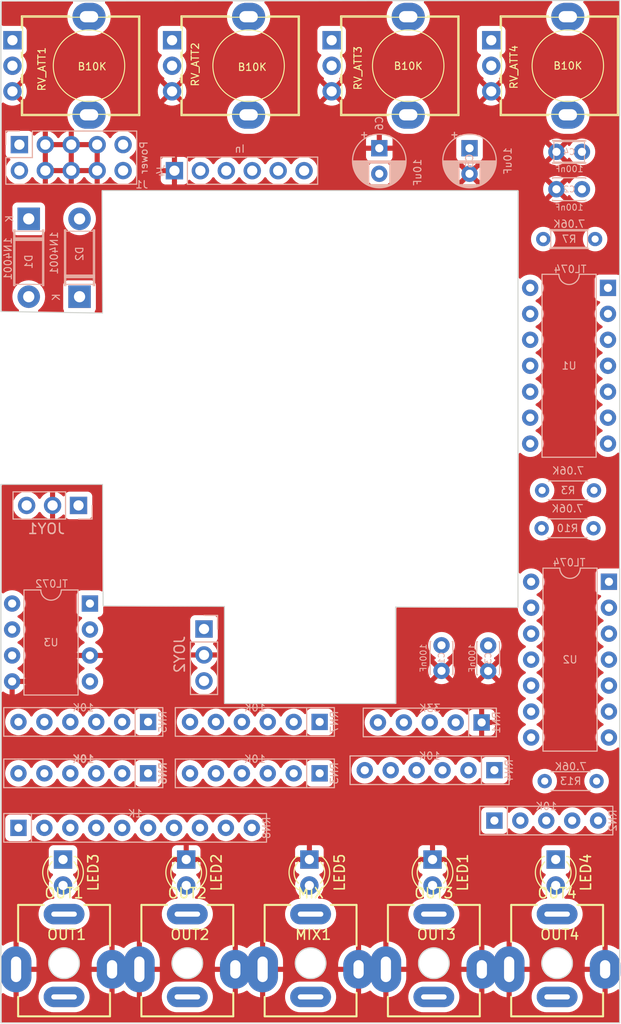
<source format=kicad_pcb>
(kicad_pcb (version 20221018) (generator pcbnew)
  (layers (0 "F.Cu" signal) (31 "B.Cu" signal) (34 "B.Paste" user) (35 "F.Paste" user) (36 "B.SilkS" user "B.Silkscreen") (37 "F.SilkS" user "F.Silkscreen") (38 "B.Mask" user) (39 "F.Mask" user) (44 "Edge.Cuts" user))
  (net 0 "")
  (net 1 "GND")
  (net 2 "+12V")
  (net 3 "-12V")
  (net 4 "Net-(D1-A)")
  (net 5 "Net-(D2-K)")
  (net 6 "Net-(JOY1-Pin_1)")
  (net 7 "Net-(JOY2-Pin_1)")
  (net 8 "Net-(LED1-A)")
  (net 9 "Net-(LED2-A)")
  (net 10 "Net-(LED3-A)")
  (net 11 "Net-(LED4-A)")
  (net 12 "Net-(LED5-A)")
  (net 13 "Net-(JOY1-Pin_3)")
  (net 14 "Net-(JOY2-Pin_3)")
  (net 15 "Net-(U1A-+)")
  (net 16 "Net-(U1C-+)")
  (net 17 "Net-(U2A-+)")
  (net 18 "Net-(U2C-+)")
  (net 19 "In4")
  (net 20 "In3")
  (net 21 "In2")
  (net 22 "In1")
  (net 23 "Net-(RN2A-R1.2)")
  (net 24 "Net-(RN2B-R2.2)")
  (net 25 "Net-(RN2C-R3.2)")
  (net 26 "Net-(RN2D-R4.2)")
  (net 27 "Net-(RN3B-R2.1)")
  (net 28 "Net-(RN4B-R2.1)")
  (net 29 "Net-(RN5B-R2.1)")
  (net 30 "Net-(RN6B-R2.1)")
  (net 31 "Net-(RN1A-R1.2)")
  (net 32 "Net-(RN1B-R2.2)")
  (net 33 "Net-(RN1C-R3.2)")
  (net 34 "Net-(RN1D-R4.2)")
  (net 35 "Net-(RN3A-R1.1)")
  (net 36 "Net-(RN4A-R1.1)")
  (net 37 "Net-(RN5A-R1.1)")
  (net 38 "Net-(RN6A-R1.1)")
  (net 39 "Net-(RN7A-R1.2)")
  (net 40 "Net-(RN7B-R2.2)")
  (net 41 "Mix")
  (net 43 "Sum")
  (net 44 "Out1")
  (net 45 "Out2")
  (net 46 "Out3")
  (net 47 "Out4")
  (footprint "Connector_Audio_Extra:Jack_3.5mm_QingPu_WQP-PJ301BM_Vertical" (layer "F.Cu") (at 177.96 124.9)
    (fp_text reference "OUT1" (at 0.254 -2.794) (layer "F.SilkS"))
    (fp_text value "OUT1" (at 0 -6.858) (layer "F.SilkS"))
    (fp_circle (center 0 0) (end 1.5 0) (stroke (width 0.12)) (fill none) (layer "Edge.Cuts"))
    (pad "S" thru_hole oval (at -4.7 0.6 90) (size 4.5 3) (drill oval 2.5 1) (layers "*.Cu" "*.Mask") (net 1 "GND"))
    (pad "S" thru_hole oval (at 4.7 0.6 90) (size 3.8 3) (drill oval 1.8 1) (layers "*.Cu" "*.Mask") (net 1 "GND"))
    (pad "T" thru_hole oval (at 0 -4.8) (size 4 2) (drill oval 2.5 0.5) (layers "*.Cu" "*.Mask") (net 44 "Out1"))
    (pad "TN" thru_hole oval (at 0 3.3) (size 4 2) (drill oval 2.5 0.5) (layers "*.Cu" "*.Mask") (net 23 "Net-(RN2A-R1.2)"))
  )
  (footprint "Chinesium:Alpha_RD901F_Single_Vertical" (layer "F.Cu") (at 204.1728 34.5948)
    (fp_text reference "RV_ATT3" hide)
    (fp_text value "B10K" (at 7.5 2.526) (layer "F.SilkS") (effects (font (size 0.72 0.72) (thickness 0.108))))
    (fp_text user "${REFERENCE}" (at 2.5724 2.7292 90) (layer "F.SilkS") (effects (font (size 0.72 0.72) (thickness 0.108))))
    (pad "" thru_hole oval (at 7.5 -2.3 90) (size 2.72 3.24) (drill oval 1.1 1.8) (layers "*.Cu" "*.Mask"))
    (pad "" thru_hole oval (at 7.5 7.3 90) (size 2.72 3.24) (drill oval 1.1 1.8) (layers "*.Cu" "*.Mask"))
    (pad "1" thru_hole rect (at 0 0 90) (size 1.8 1.8) (drill 1) (layers "*.Cu" "*.Mask") (net 20 "In3"))
    (pad "2" thru_hole circle (at 0 2.5 90) (size 1.8 1.8) (drill 1) (layers "*.Cu" "*.Mask") (net 17 "Net-(U2A-+)"))
    (pad "3" thru_hole circle (at 0 5 90) (size 1.8 1.8) (drill 1) (layers "*.Cu" "*.Mask") (net 1 "GND"))
  )
  (footprint "LED_THT:LED_D3.0mm" (layer "F.Cu") (at 189.925 114.7572 -90)
    (fp_text reference "LED2" (at 1.27 -2.96 90) (layer "F.SilkS"))
    (fp_text value "LED")
    (pad "1" thru_hole rect (at 0 0 270) (size 1.8 1.8) (drill 0.9) (layers "*.Cu" "*.Mask") (net 1 "GND"))
    (pad "2" thru_hole circle (at 2.54 0 270) (size 1.8 1.8) (drill 0.9) (layers "*.Cu" "*.Mask") (net 9 "Net-(LED2-A)"))
  )
  (footprint "LED_THT:LED_D3.0mm" (layer "F.Cu") (at 214.055 114.7572 -90)
    (fp_text reference "LED1" (at 1.27 -2.96 90) (layer "F.SilkS"))
    (fp_text value "LED")
    (pad "1" thru_hole rect (at 0 0 270) (size 1.8 1.8) (drill 0.9) (layers "*.Cu" "*.Mask") (net 1 "GND"))
    (pad "2" thru_hole circle (at 2.54 0 270) (size 1.8 1.8) (drill 0.9) (layers "*.Cu" "*.Mask") (net 8 "Net-(LED1-A)"))
  )
  (footprint "Chinesium:Alpha_RD901F_Single_Vertical" (layer "F.Cu") (at 219.8076 34.5948)
    (fp_text reference "RV_ATT4" hide)
    (fp_text value "B10K" (at 7.5 2.5) (layer "F.SilkS") (effects (font (size 0.72 0.72) (thickness 0.108))))
    (fp_text user "${REFERENCE}" (at 2.2168 2.6276 90) (layer "F.SilkS") (effects (font (size 0.72 0.72) (thickness 0.108))))
    (pad "" thru_hole oval (at 7.5 -2.3 90) (size 2.72 3.24) (drill oval 1.1 1.8) (layers "*.Cu" "*.Mask"))
    (pad "" thru_hole oval (at 7.5 7.3 90) (size 2.72 3.24) (drill oval 1.1 1.8) (layers "*.Cu" "*.Mask"))
    (pad "1" thru_hole rect (at 0 0 90) (size 1.8 1.8) (drill 1) (layers "*.Cu" "*.Mask") (net 19 "In4"))
    (pad "2" thru_hole circle (at 0 2.5 90) (size 1.8 1.8) (drill 1) (layers "*.Cu" "*.Mask") (net 18 "Net-(U2C-+)"))
    (pad "3" thru_hole circle (at 0 5 90) (size 1.8 1.8) (drill 1) (layers "*.Cu" "*.Mask") (net 1 "GND"))
  )
  (footprint "Connector_Audio_Extra:Jack_3.5mm_QingPu_WQP-PJ301BM_Vertical" (layer "F.Cu") (at 202.11 124.9)
    (fp_text reference "MIX1" (at 0.254 -2.794) (layer "F.SilkS"))
    (fp_text value "MIX" (at 0 -6.858) (layer "F.SilkS"))
    (fp_circle (center 0 0) (end 1.5 0) (stroke (width 0.12)) (fill none) (layer "Edge.Cuts"))
    (pad "S" thru_hole oval (at -4.7 0.6 90) (size 4.5 3) (drill oval 2.5 1) (layers "*.Cu" "*.Mask") (net 1 "GND"))
    (pad "S" thru_hole oval (at 4.7 0.6 90) (size 3.8 3) (drill oval 1.8 1) (layers "*.Cu" "*.Mask") (net 1 "GND"))
    (pad "T" thru_hole oval (at 0 -4.8) (size 4 2) (drill oval 2.5 0.5) (layers "*.Cu" "*.Mask") (net 41 "Mix"))
    (pad "TN" thru_hole oval (at 0 3.3) (size 4 2) (drill oval 2.5 0.5) (layers "*.Cu" "*.Mask"))
  )
  (footprint "Connector_Audio_Extra:Jack_3.5mm_QingPu_WQP-PJ301BM_Vertical" (layer "F.Cu") (at 226.26 124.9)
    (fp_text reference "OUT4" (at 0.254 -2.794) (layer "F.SilkS"))
    (fp_text value "OUT4" (at 0 -6.858) (layer "F.SilkS"))
    (fp_circle (center 0 0) (end 1.5 0) (stroke (width 0.12)) (fill none) (layer "Edge.Cuts"))
    (pad "S" thru_hole oval (at -4.7 0.6 90) (size 4.5 3) (drill oval 2.5 1) (layers "*.Cu" "*.Mask") (net 1 "GND"))
    (pad "S" thru_hole oval (at 4.7 0.6 90) (size 3.8 3) (drill oval 1.8 1) (layers "*.Cu" "*.Mask") (net 1 "GND"))
    (pad "T" thru_hole oval (at 0 -4.8) (size 4 2) (drill oval 2.5 0.5) (layers "*.Cu" "*.Mask") (net 47 "Out4"))
    (pad "TN" thru_hole oval (at 0 3.3) (size 4 2) (drill oval 2.5 0.5) (layers "*.Cu" "*.Mask") (net 26 "Net-(RN2D-R4.2)"))
  )
  (footprint "LED_THT:LED_D3.0mm" (layer "F.Cu") (at 226.12 114.7572 -90)
    (fp_text reference "LED4" (at 1.27 -2.96 90) (layer "F.SilkS"))
    (fp_text value "LED")
    (pad "1" thru_hole rect (at 0 0 270) (size 1.8 1.8) (drill 0.9) (layers "*.Cu" "*.Mask") (net 1 "GND"))
    (pad "2" thru_hole circle (at 2.54 0 270) (size 1.8 1.8) (drill 0.9) (layers "*.Cu" "*.Mask") (net 11 "Net-(LED4-A)"))
  )
  (footprint "Connector_Audio_Extra:Jack_3.5mm_QingPu_WQP-PJ301BM_Vertical" (layer "F.Cu") (at 190.035 124.9)
    (fp_text reference "OUT2" (at 0.254 -2.794) (layer "F.SilkS"))
    (fp_text value "OUT2" (at 0 -6.858) (layer "F.SilkS"))
    (fp_circle (center 0 0) (end 1.5 0) (stroke (width 0.12)) (fill none) (layer "Edge.Cuts"))
    (pad "S" thru_hole oval (at -4.7 0.6 90) (size 4.5 3) (drill oval 2.5 1) (layers "*.Cu" "*.Mask") (net 1 "GND"))
    (pad "S" thru_hole oval (at 4.7 0.6 90) (size 3.8 3) (drill oval 1.8 1) (layers "*.Cu" "*.Mask") (net 1 "GND"))
    (pad "T" thru_hole oval (at 0 -4.8) (size 4 2) (drill oval 2.5 0.5) (layers "*.Cu" "*.Mask") (net 45 "Out2"))
    (pad "TN" thru_hole oval (at 0 3.3) (size 4 2) (drill oval 2.5 0.5) (layers "*.Cu" "*.Mask") (net 24 "Net-(RN2B-R2.2)"))
  )
  (footprint "LED_THT:LED_D3.0mm" (layer "F.Cu") (at 177.86 114.7572 -90)
    (fp_text reference "LED3" (at 1.27 -2.96 90) (layer "F.SilkS"))
    (fp_text value "LED")
    (pad "1" thru_hole rect (at 0 0 270) (size 1.8 1.8) (drill 0.9) (layers "*.Cu" "*.Mask") (net 1 "GND"))
    (pad "2" thru_hole circle (at 2.54 0 270) (size 1.8 1.8) (drill 0.9) (layers "*.Cu" "*.Mask") (net 10 "Net-(LED3-A)"))
  )
  (footprint "Connector_Audio_Extra:Jack_3.5mm_QingPu_WQP-PJ301BM_Vertical" (layer "F.Cu") (at 214.185 124.9)
    (fp_text reference "OUT3" (at 0.254 -2.794) (layer "F.SilkS"))
    (fp_text value "OUT3" (at 0 -6.858) (layer "F.SilkS"))
    (fp_circle (center 0 0) (end 1.5 0) (stroke (width 0.12)) (fill none) (layer "Edge.Cuts"))
    (pad "S" thru_hole oval (at -4.7 0.6 90) (size 4.5 3) (drill oval 2.5 1) (layers "*.Cu" "*.Mask") (net 1 "GND"))
    (pad "S" thru_hole oval (at 4.7 0.6 90) (size 3.8 3) (drill oval 1.8 1) (layers "*.Cu" "*.Mask") (net 1 "GND"))
    (pad "T" thru_hole oval (at 0 -4.8) (size 4 2) (drill oval 2.5 0.5) (layers "*.Cu" "*.Mask") (net 46 "Out3"))
    (pad "TN" thru_hole oval (at 0 3.3) (size 4 2) (drill oval 2.5 0.5) (layers "*.Cu" "*.Mask") (net 25 "Net-(RN2C-R3.2)"))
  )
  (footprint "Chinesium:Alpha_RD901F_Single_Vertical" (layer "F.Cu") (at 172.9032 34.5948)
    (fp_text reference "RV_ATT1" hide)
    (fp_text value "B10K" (at 7.8048 2.5756) (layer "F.SilkS") (effects (font (size 0.72 0.72) (thickness 0.108))))
    (fp_text user "${REFERENCE}" (at 2.8772 2.8296 90) (layer "F.SilkS") (effects (font (size 0.72 0.72) (thickness 0.108))))
    (pad "" thru_hole oval (at 7.5 -2.3 90) (size 2.72 3.24) (drill oval 1.1 1.8) (layers "*.Cu" "*.Mask"))
    (pad "" thru_hole oval (at 7.5 7.3 90) (size 2.72 3.24) (drill oval 1.1 1.8) (layers "*.Cu" "*.Mask"))
    (pad "1" thru_hole rect (at 0 0 90) (size 1.8 1.8) (drill 1) (layers "*.Cu" "*.Mask") (net 22 "In1"))
    (pad "2" thru_hole circle (at 0 2.5 90) (size 1.8 1.8) (drill 1) (layers "*.Cu" "*.Mask") (net 15 "Net-(U1A-+)"))
    (pad "3" thru_hole circle (at 0 5 90) (size 1.8 1.8) (drill 1) (layers "*.Cu" "*.Mask") (net 1 "GND"))
  )
  (footprint "Chinesium:Alpha_RD901F_Single_Vertical" (layer "F.Cu") (at 188.538 34.5948)
    (fp_text reference "RV_ATT2" hide)
    (fp_text value "B10K" (at 7.8556 2.6276) (layer "F.SilkS") (effects (font (size 0.72 0.72) (thickness 0.108))))
    (fp_text user "${REFERENCE}" (at 2.2676 2.3736 90) (layer "F.SilkS") (effects (font (size 0.72 0.72) (thickness 0.108))))
    (pad "" thru_hole oval (at 7.5 -2.3 90) (size 2.72 3.24) (drill oval 1.1 1.8) (layers "*.Cu" "*.Mask"))
    (pad "" thru_hole oval (at 7.5 7.3 90) (size 2.72 3.24) (drill oval 1.1 1.8) (layers "*.Cu" "*.Mask"))
    (pad "1" thru_hole rect (at 0 0 90) (size 1.8 1.8) (drill 1) (layers "*.Cu" "*.Mask") (net 21 "In2"))
    (pad "2" thru_hole circle (at 0 2.5 90) (size 1.8 1.8) (drill 1) (layers "*.Cu" "*.Mask") (net 16 "Net-(U1C-+)"))
    (pad "3" thru_hole circle (at 0 5 90) (size 1.8 1.8) (drill 1) (layers "*.Cu" "*.Mask") (net 1 "GND"))
  )
  (footprint "LED_THT:LED_D3.0mm" (layer "F.Cu") (at 201.99 114.7572 -90)
    (fp_text reference "LED5" (at 1.27 -2.96 90) (layer "F.SilkS"))
    (fp_text value "LED")
    (pad "1" thru_hole rect (at 0 0 270) (size 1.8 1.8) (drill 0.9) (layers "*.Cu" "*.Mask") (net 1 "GND"))
    (pad "2" thru_hole circle (at 2.54 0 270) (size 1.8 1.8) (drill 0.9) (layers "*.Cu" "*.Mask") (net 12 "Net-(LED5-A)"))
  )
  (footprint "Connector_PinHeader_2.54mm:PinHeader_2x05_P2.54mm_Vertical" (layer "B.Cu") (at 173.5836 44.8112 -90)
    (fp_text reference "J1" hide)
    (fp_text value "Power" (at 1.27 -12.192 90) (layer "B.SilkS") (effects (font (size 0.72 0.72) (thickness 0.108)) (justify mirror)))
    (fp_text user "${REFERENCE}" (at 3.9116 -11.9888) (layer "B.SilkS") (effects (font (size 0.72 0.72) (thickness 0.108)) (justify mirror)))
    (pad "1" thru_hole rect (at 0 0 270) (size 1.7 1.7) (drill 1) (layers "*.Cu" "*.Mask") (net 5 "Net-(D2-K)"))
    (pad "2" thru_hole oval (at 2.54 0 270) (size 1.7 1.7) (drill 1) (layers "*.Cu" "*.Mask") (net 5 "Net-(D2-K)"))
    (pad "3" thru_hole oval (at 0 -2.54 270) (size 1.7 1.7) (drill 1) (layers "*.Cu" "*.Mask") (net 1 "GND"))
    (pad "4" thru_hole oval (at 2.54 -2.54 270) (size 1.7 1.7) (drill 1) (layers "*.Cu" "*.Mask") (net 1 "GND"))
    (pad "5" thru_hole oval (at 0 -5.08 270) (size 1.7 1.7) (drill 1) (layers "*.Cu" "*.Mask") (net 1 "GND"))
    (pad "6" thru_hole oval (at 2.54 -5.08 270) (size 1.7 1.7) (drill 1) (layers "*.Cu" "*.Mask") (net 1 "GND"))
    (pad "7" thru_hole oval (at 0 -7.62 270) (size 1.7 1.7) (drill 1) (layers "*.Cu" "*.Mask") (net 1 "GND"))
    (pad "8" thru_hole oval (at 2.54 -7.62 270) (size 1.7 1.7) (drill 1) (layers "*.Cu" "*.Mask") (net 1 "GND"))
    (pad "9" thru_hole oval (at 0 -10.16 270) (size 1.7 1.7) (drill 1) (layers "*.Cu" "*.Mask") (net 4 "Net-(D1-A)"))
    (pad "10" thru_hole oval (at 2.54 -10.16 270) (size 1.7 1.7) (drill 1) (layers "*.Cu" "*.Mask") (net 4 "Net-(D1-A)"))
  )
  (footprint "Capacitor_THT:C_Disc_D3.0mm_W2.0mm_P2.50mm" (layer "B.Cu") (at 228.6916 49.1744 180)
    (fp_text reference "C2" hide)
    (fp_text value "100nF" (at 1.25 -1.778) (layer "B.SilkS") (effects (font (size 0.6 0.6) (thickness 0.09)) (justify mirror)))
    (fp_text user "${REFERENCE}" (at 1.25 0) (layer "B.SilkS") (effects (font (size 0.6 0.6) (thickness 0.09)) (justify mirror)))
    (pad "1" thru_hole circle (at 0 0 180) (size 1.6 1.6) (drill 0.8) (layers "*.Cu" "*.Mask") (net 3 "-12V"))
    (pad "2" thru_hole circle (at 2.5 0 180) (size 1.6 1.6) (drill 0.8) (layers "*.Cu" "*.Mask") (net 1 "GND"))
  )
  (footprint "Resistor_THT:R_Array_SIP6" (layer "B.Cu") (at 202.9968 101.2952 180)
    (fp_text reference "RN7" hide)
    (fp_text value "10K" (at 6.35 1.4) (layer "B.SilkS") (effects (font (size 0.72 0.72) (thickness 0.108)) (justify mirror)))
    (fp_text user "${REFERENCE}" (at -1.44 0 90) (layer "B.SilkS") (effects (font (size 0.72 0.72) (thickness 0.108)) (justify mirror)))
    (pad "1" thru_hole rect (at 0 0 180) (size 1.6 1.6) (drill 0.8) (layers "*.Cu" "*.Mask") (net 43 "Sum"))
    (pad "2" thru_hole oval (at 2.54 0 180) (size 1.6 1.6) (drill 0.8) (layers "*.Cu" "*.Mask") (net 39 "Net-(RN7A-R1.2)"))
    (pad "3" thru_hole oval (at 5.08 0 180) (size 1.6 1.6) (drill 0.8) (layers "*.Cu" "*.Mask") (net 39 "Net-(RN7A-R1.2)"))
    (pad "4" thru_hole oval (at 7.62 0 180) (size 1.6 1.6) (drill 0.8) (layers "*.Cu" "*.Mask") (net 40 "Net-(RN7B-R2.2)"))
    (pad "5" thru_hole oval (at 10.16 0 180) (size 1.6 1.6) (drill 0.8) (layers "*.Cu" "*.Mask") (net 40 "Net-(RN7B-R2.2)"))
    (pad "6" thru_hole oval (at 12.7 0 180) (size 1.6 1.6) (drill 0.8) (layers "*.Cu" "*.Mask") (net 41 "Mix"))
  )
  (footprint "Capacitor_THT:C_Disc_D3.0mm_W2.0mm_P2.50mm" (layer "B.Cu") (at 228.6916 45.5168 180)
    (fp_text reference "C4" hide)
    (fp_text value "100nF" (at 1.25 -1.6764) (layer "B.SilkS") (effects (font (size 0.6 0.6) (thickness 0.09)) (justify mirror)))
    (fp_text user "${REFERENCE}" (at 1.25 0) (layer "B.SilkS") (effects (font (size 0.6 0.6) (thickness 0.09)) (justify mirror)))
    (pad "1" thru_hole circle (at 0 0 180) (size 1.6 1.6) (drill 0.8) (layers "*.Cu" "*.Mask") (net 3 "-12V"))
    (pad "2" thru_hole circle (at 2.5 0 180) (size 1.6 1.6) (drill 0.8) (layers "*.Cu" "*.Mask") (net 1 "GND"))
  )
  (footprint "Resistor_THT:R_Axial_DIN0204_L3.6mm_D1.6mm_P5.08mm_Horizontal" (layer "B.Cu") (at 225.044 107.0864)
    (fp_text reference "R13" hide)
    (fp_text value "7.06K" (at 2.54 -1.4224) (layer "B.SilkS") (effects (font (size 0.72 0.72) (thickness 0.108)) (justify mirror)))
    (fp_text user "${REFERENCE}" (at 2.54 0) (layer "B.SilkS") (effects (font (size 0.72 0.72) (thickness 0.108)) (justify mirror)))
    (pad "1" thru_hole circle (at 0 0) (size 1.4 1.4) (drill 0.7) (layers "*.Cu" "*.Mask") (net 30 "Net-(RN6B-R2.1)"))
    (pad "2" thru_hole oval (at 5.08 0) (size 1.4 1.4) (drill 0.7) (layers "*.Cu" "*.Mask") (net 14 "Net-(JOY2-Pin_3)"))
  )
  (footprint "Resistor_THT:R_Array_SIP10" (layer "B.Cu") (at 173.4924 111.6584)
    (fp_text reference "RN8" hide)
    (fp_text value "1K" (at 11.43 -1.4) (layer "B.SilkS") (effects (font (size 0.72 0.72) (thickness 0.108)) (justify mirror)))
    (fp_text user "${REFERENCE}" (at 24.3 0 90) (layer "B.SilkS") (effects (font (size 0.72 0.72) (thickness 0.108)) (justify mirror)))
    (pad "1" thru_hole rect (at 0 0) (size 1.6 1.6) (drill 0.8) (layers "*.Cu" "*.Mask") (net 8 "Net-(LED1-A)"))
    (pad "2" thru_hole oval (at 2.54 0) (size 1.6 1.6) (drill 0.8) (layers "*.Cu" "*.Mask") (net 44 "Out1"))
    (pad "3" thru_hole oval (at 5.08 0) (size 1.6 1.6) (drill 0.8) (layers "*.Cu" "*.Mask") (net 9 "Net-(LED2-A)"))
    (pad "4" thru_hole oval (at 7.62 0) (size 1.6 1.6) (drill 0.8) (layers "*.Cu" "*.Mask") (net 45 "Out2"))
    (pad "5" thru_hole oval (at 10.16 0) (size 1.6 1.6) (drill 0.8) (layers "*.Cu" "*.Mask") (net 46 "Out3"))
    (pad "6" thru_hole oval (at 12.7 0) (size 1.6 1.6) (drill 0.8) (layers "*.Cu" "*.Mask") (net 10 "Net-(LED3-A)"))
    (pad "7" thru_hole oval (at 15.24 0) (size 1.6 1.6) (drill 0.8) (layers "*.Cu" "*.Mask") (net 47 "Out4"))
    (pad "8" thru_hole oval (at 17.78 0) (size 1.6 1.6) (drill 0.8) (layers "*.Cu" "*.Mask") (net 11 "Net-(LED4-A)"))
    (pad "9" thru_hole oval (at 20.32 0) (size 1.6 1.6) (drill 0.8) (layers "*.Cu" "*.Mask") (net 41 "Mix"))
    (pad "10" thru_hole oval (at 22.86 0) (size 1.6 1.6) (drill 0.8) (layers "*.Cu" "*.Mask") (net 12 "Net-(LED5-A)"))
  )
  (footprint "Package_DIP:DIP-8_W7.62mm" (layer "B.Cu") (at 180.4924 89.7128 180)
    (fp_text reference "U3" hide)
    (fp_text value "TL072" (at 3.7592 1.9304 180) (layer "B.SilkS") (effects (font (size 0.72 0.72) (thickness 0.108)) (justify mirror)))
    (fp_text user "${REFERENCE}" (at 3.81 -3.81) (layer "B.SilkS") (effects (font (size 0.72 0.72) (thickness 0.108)) (justify mirror)))
    (pad "1" thru_hole rect (at 0 0 180) (size 1.6 1.6) (drill 0.8) (layers "*.Cu" "*.Mask") (net 39 "Net-(RN7A-R1.2)"))
    (pad "2" thru_hole oval (at 0 -2.54 180) (size 1.6 1.6) (drill 0.8) (layers "*.Cu" "*.Mask") (net 43 "Sum"))
    (pad "3" thru_hole oval (at 0 -5.08 180) (size 1.6 1.6) (drill 0.8) (layers "*.Cu" "*.Mask") (net 1 "GND"))
    (pad "4" thru_hole oval (at 0 -7.62 180) (size 1.6 1.6) (drill 0.8) (layers "*.Cu" "*.Mask") (net 3 "-12V"))
    (pad "5" thru_hole oval (at 7.62 -7.62 180) (size 1.6 1.6) (drill 0.8) (layers "*.Cu" "*.Mask") (net 1 "GND"))
    (pad "6" thru_hole oval (at 7.62 -5.08 180) (size 1.6 1.6) (drill 0.8) (layers "*.Cu" "*.Mask") (net 40 "Net-(RN7B-R2.2)"))
    (pad "7" thru_hole oval (at 7.62 -2.54 180) (size 1.6 1.6) (drill 0.8) (layers "*.Cu" "*.Mask") (net 41 "Mix"))
    (pad "8" thru_hole oval (at 7.62 0 180) (size 1.6 1.6) (drill 0.8) (layers "*.Cu" "*.Mask") (net 2 "+12V"))
  )
  (footprint "Resistor_THT:R_Array_SIP6" (layer "B.Cu") (at 186.1924 106.3244 180)
    (fp_text reference "RN6" hide)
    (fp_text value "10K" (at 6.35 1.4) (layer "B.SilkS") (effects (font (size 0.72 0.72)) (justify mirror)))
    (fp_text user "${REFERENCE}" (at -1.44 0 90) (layer "B.SilkS") (effects (font (size 0.72 0.72)) (justify mirror)))
    (pad "1" thru_hole rect (at 0 0 180) (size 1.6 1.6) (drill 0.8) (layers "*.Cu" "*.Mask") (net 38 "Net-(RN6A-R1.1)"))
    (pad "2" thru_hole oval (at 2.54 0 180) (size 1.6 1.6) (drill 0.8) (layers "*.Cu" "*.Mask") (net 19 "In4"))
    (pad "3" thru_hole oval (at 5.08 0 180) (size 1.6 1.6) (drill 0.8) (layers "*.Cu" "*.Mask") (net 30 "Net-(RN6B-R2.1)"))
    (pad "4" thru_hole oval (at 7.62 0 180) (size 1.6 1.6) (drill 0.8) (layers "*.Cu" "*.Mask") (net 38 "Net-(RN6A-R1.1)"))
    (pad "5" thru_hole oval (at 10.16 0 180) (size 1.6 1.6) (drill 0.8) (layers "*.Cu" "*.Mask") (net 47 "Out4"))
    (pad "6" thru_hole oval (at 12.7 0 180) (size 1.6 1.6) (drill 0.8) (layers "*.Cu" "*.Mask") (net 34 "Net-(RN1D-R4.2)"))
  )
  (footprint "Diode_THT:D_DO-41_SOD81_P7.62mm_Horizontal" (layer "B.Cu") (at 174.498 52.07 -90)
    (fp_text reference "D1" hide)
    (fp_text value "1N4001" (at 3.9116 2.032 90) (layer "B.SilkS") (effects (font (size 0.72 0.72) (thickness 0.108)) (justify mirror)))
    (fp_text user "${REFERENCE}" (at 4.2 0 90) (layer "B.SilkS") (effects (font (size 0.72 0.72) (thickness 0.108)) (justify mirror)))
    (fp_text user "K" (at 0 1.8796 -270) (layer "B.SilkS") (effects (font (size 0.72 0.72) (thickness 0.108)) (justify mirror)))
    (pad "1" thru_hole rect (at 0 0 270) (size 2.2 2.2) (drill 1.1) (layers "*.Cu" "*.Mask") (net 2 "+12V"))
    (pad "2" thru_hole oval (at 7.62 0 270) (size 2.2 2.2) (drill 1.1) (layers "*.Cu" "*.Mask") (net 4 "Net-(D1-A)"))
  )
  (footprint "Capacitor_THT:C_Disc_D3.0mm_W2.0mm_P2.50mm" (layer "B.Cu") (at 219.5068 96.3168 90)
    (fp_text reference "C3" hide)
    (fp_text value "100nF" (at 1.25 -1.5748 90) (layer "B.SilkS") (effects (font (size 0.6 0.6) (thickness 0.09)) (justify mirror)))
    (fp_text user "${REFERENCE}" (at 1.25 0 90) (layer "B.SilkS") (effects (font (size 0.6 0.6) (thickness 0.09)) (justify mirror)))
    (pad "1" thru_hole circle (at 0 0 90) (size 1.6 1.6) (drill 0.8) (layers "*.Cu" "*.Mask") (net 1 "GND"))
    (pad "2" thru_hole circle (at 2.5 0 90) (size 1.6 1.6) (drill 0.8) (layers "*.Cu" "*.Mask") (net 2 "+12V"))
  )
  (footprint "Connector_PinHeader_2.54mm:PinHeader_1x03_P2.54mm_Vertical" (layer "B.Cu") (at 191.6684 92.202 180)
    (fp_text reference "JOY2" (at 2.3876 -2.4892 90) (layer "B.SilkS") (effects (justify mirror)))
    (fp_text value "JOY2" hide)
    (pad "1" thru_hole rect (at 0 0 180) (size 1.7 1.7) (drill 1) (layers "*.Cu" "*.Mask") (net 7 "Net-(JOY2-Pin_1)"))
    (pad "2" thru_hole oval (at 0 -2.54 180) (size 1.7 1.7) (drill 1) (layers "*.Cu" "*.Mask") (net 1 "GND"))
    (pad "3" thru_hole oval (at 0 -5.08 180) (size 1.7 1.7) (drill 1) (layers "*.Cu" "*.Mask") (net 14 "Net-(JOY2-Pin_3)"))
  )
  (footprint "Resistor_THT:R_Axial_DIN0204_L3.6mm_D1.6mm_P5.08mm_Horizontal" (layer "B.Cu") (at 224.9016 54.0512)
    (fp_text reference "R7" hide)
    (fp_text value "7.06K" (at 2.54 -1.4732 180) (layer "B.SilkS") (effects (font (size 0.72 0.72) (thickness 0.108)) (justify mirror)))
    (fp_text user "${REFERENCE}" (at 2.54 0 180) (layer "B.SilkS") (effects (font (size 0.72 0.72) (thickness 0.108)) (justify mirror)))
    (pad "1" thru_hole circle (at 0 0) (size 1.4 1.4) (drill 0.7) (layers "*.Cu" "*.Mask") (net 28 "Net-(RN4B-R2.1)"))
    (pad "2" thru_hole oval (at 5.08 0) (size 1.4 1.4) (drill 0.7) (layers "*.Cu" "*.Mask") (net 13 "Net-(JOY1-Pin_3)"))
  )
  (footprint "Resistor_THT:R_Array_SIP5" (layer "B.Cu") (at 220.1164 110.9472)
    (fp_text reference "RN2" hide)
    (fp_text value "10K" (at 5.08 -1.4 180) (layer "B.SilkS") (effects (font (size 0.72 0.72) (thickness 0.108)) (justify mirror)))
    (fp_text user "${REFERENCE}" (at 11.6 0 90) (layer "B.SilkS") (effects (font (size 0.72 0.72) (thickness 0.108)) (justify mirror)))
    (pad "1" thru_hole rect (at 0 0) (size 1.6 1.6) (drill 0.8) (layers "*.Cu" "*.Mask") (net 43 "Sum"))
    (pad "2" thru_hole oval (at 2.54 0) (size 1.6 1.6) (drill 0.8) (layers "*.Cu" "*.Mask") (net 23 "Net-(RN2A-R1.2)"))
    (pad "3" thru_hole oval (at 5.08 0) (size 1.6 1.6) (drill 0.8) (layers "*.Cu" "*.Mask") (net 24 "Net-(RN2B-R2.2)"))
    (pad "4" thru_hole oval (at 7.62 0) (size 1.6 1.6) (drill 0.8) (layers "*.Cu" "*.Mask") (net 25 "Net-(RN2C-R3.2)"))
    (pad "5" thru_hole oval (at 10.16 0) (size 1.6 1.6) (drill 0.8) (layers "*.Cu" "*.Mask") (net 26 "Net-(RN2D-R4.2)"))
  )
  (footprint "Capacitor_THT:CP_Radial_D5.0mm_P2.50mm" (layer "B.Cu") (at 208.8388 45.1612 -90)
    (fp_text reference "C6" hide)
    (fp_text value "10uF" (at 2.373512 -3.75 90) (layer "B.SilkS") (effects (font (size 0.72 0.72) (thickness 0.108)) (justify mirror)))
    (fp_text user "${REFERENCE}" (at -2.433 0 90) (layer "B.SilkS") (effects (font (size 0.72 0.72) (thickness 0.108)) (justify mirror)))
    (pad "1" thru_hole rect (at 0 0 270) (size 1.6 1.6) (drill 0.8) (layers "*.Cu" "*.Mask") (net 1 "GND"))
    (pad "2" thru_hole circle (at 2.5 0 270) (size 1.6 1.6) (drill 0.8) (layers "*.Cu" "*.Mask") (net 3 "-12V"))
  )
  (footprint "Package_DIP:DIP-14_W7.62mm" (layer "B.Cu") (at 231.335 87.5792 180)
    (fp_text reference "U2" hide)
    (fp_text value "TL074" (at 3.9034 1.8796) (layer "B.SilkS") (effects (font (size 0.72 0.72) (thickness 0.108)) (justify mirror)))
    (fp_text user "${REFERENCE}" (at 3.81 -7.62) (layer "B.SilkS") (effects (font (size 0.72 0.72) (thickness 0.108)) (justify mirror)))
    (pad "1" thru_hole rect (at 0 0 180) (size 1.6 1.6) (drill 0.8) (layers "*.Cu" "*.Mask") (net 29 "Net-(RN5B-R2.1)"))
    (pad "2" thru_hole oval (at 0 -2.54 180) (size 1.6 1.6) (drill 0.8) (layers "*.Cu" "*.Mask") (net 37 "Net-(RN5A-R1.1)"))
    (pad "3" thru_hole oval (at 0 -5.08 180) (size 1.6 1.6) (drill 0.8) (layers "*.Cu" "*.Mask") (net 17 "Net-(U2A-+)"))
    (pad "4" thru_hole oval (at 0 -7.62 180) (size 1.6 1.6) (drill 0.8) (layers "*.Cu" "*.Mask") (net 2 "+12V"))
    (pad "5" thru_hole oval (at 0 -10.16 180) (size 1.6 1.6) (drill 0.8) (layers "*.Cu" "*.Mask") (net 7 "Net-(JOY2-Pin_1)"))
    (pad "6" thru_hole oval (at 0 -12.7 180) (size 1.6 1.6) (drill 0.8) (layers "*.Cu" "*.Mask") (net 33 "Net-(RN1C-R3.2)"))
    (pad "7" thru_hole oval (at 0 -15.24 180) (size 1.6 1.6) (drill 0.8) (layers "*.Cu" "*.Mask") (net 46 "Out3"))
    (pad "8" thru_hole oval (at 7.62 -15.24 180) (size 1.6 1.6) (drill 0.8) (layers "*.Cu" "*.Mask") (net 30 "Net-(RN6B-R2.1)"))
    (pad "9" thru_hole oval (at 7.62 -12.7 180) (size 1.6 1.6) (drill 0.8) (layers "*.Cu" "*.Mask") (net 38 "Net-(RN6A-R1.1)"))
    (pad "10" thru_hole oval (at 7.62 -10.16 180) (size 1.6 1.6) (drill 0.8) (layers "*.Cu" "*.Mask") (net 18 "Net-(U2C-+)"))
    (pad "11" thru_hole oval (at 7.62 -7.62 180) (size 1.6 1.6) (drill 0.8) (layers "*.Cu" "*.Mask") (net 3 "-12V"))
    (pad "12" thru_hole oval (at 7.62 -5.08 180) (size 1.6 1.6) (drill 0.8) (layers "*.Cu" "*.Mask") (net 14 "Net-(JOY2-Pin_3)"))
    (pad "13" thru_hole oval (at 7.62 -2.54 180) (size 1.6 1.6) (drill 0.8) (layers "*.Cu" "*.Mask") (net 34 "Net-(RN1D-R4.2)"))
    (pad "14" thru_hole oval (at 7.62 0 180) (size 1.6 1.6) (drill 0.8) (layers "*.Cu" "*.Mask") (net 47 "Out4"))
  )
  (footprint "Resistor_THT:R_Array_SIP6" (layer "B.Cu") (at 202.9968 106.3244 180)
    (fp_text reference "RN3" hide)
    (fp_text value "10K" (at 6.35 1.4) (layer "B.SilkS") (effects (font (size 0.72 0.72) (thickness 0.108)) (justify mirror)))
    (fp_text user "${REFERENCE}" (at -1.44 0 90) (layer "B.SilkS") (effects (font (size 0.72 0.72) (thickness 0.108)) (justify mirror)))
    (pad "1" thru_hole rect (at 0 0 180) (size 1.6 1.6) (drill 0.8) (layers "*.Cu" "*.Mask") (net 35 "Net-(RN3A-R1.1)"))
    (pad "2" thru_hole oval (at 2.54 0 180) (size 1.6 1.6) (drill 0.8) (layers "*.Cu" "*.Mask") (net 22 "In1"))
    (pad "3" thru_hole oval (at 5.08 0 180) (size 1.6 1.6) (drill 0.8) (layers "*.Cu" "*.Mask") (net 27 "Net-(RN3B-R2.1)"))
    (pad "4" thru_hole oval (at 7.62 0 180) (size 1.6 1.6) (drill 0.8) (layers "*.Cu" "*.Mask") (net 35 "Net-(RN3A-R1.1)"))
    (pad "5" thru_hole oval (at 10.16 0 180) (size 1.6 1.6) (drill 0.8) (layers "*.Cu" "*.Mask") (net 44 "Out1"))
    (pad "6" thru_hole oval (at 12.7 0 180) (size 1.6 1.6) (drill 0.8) (layers "*.Cu" "*.Mask") (net 31 "Net-(RN1A-R1.2)"))
  )
  (footprint "Resistor_THT:R_Array_SIP6" (layer "B.Cu") (at 186.1924 101.2952 180)
    (fp_text reference "RN5" hide)
    (fp_text value "10K" (at 6.35 1.4) (layer "B.SilkS") (effects (font (size 0.72 0.72) (thickness 0.108)) (justify mirror)))
    (fp_text user "${REFERENCE}" (at -1.44 0 90) (layer "B.SilkS") (effects (font (size 0.72 0.72) (thickness 0.108)) (justify mirror)))
    (pad "1" thru_hole rect (at 0 0 180) (size 1.6 1.6) (drill 0.8) (layers "*.Cu" "*.Mask") (net 37 "Net-(RN5A-R1.1)"))
    (pad "2" thru_hole oval (at 2.54 0 180) (size 1.6 1.6) (drill 0.8) (layers "*.Cu" "*.Mask") (net 20 "In3"))
    (pad "3" thru_hole oval (at 5.08 0 180) (size 1.6 1.6) (drill 0.8) (layers "*.Cu" "*.Mask") (net 29 "Net-(RN5B-R2.1)"))
    (pad "4" thru_hole oval (at 7.62 0 180) (size 1.6 1.6) (drill 0.8) (layers "*.Cu" "*.Mask") (net 37 "Net-(RN5A-R1.1)"))
    (pad "5" thru_hole oval (at 10.16 0 180) (size 1.6 1.6) (drill 0.8) (layers "*.Cu" "*.Mask") (net 46 "Out3"))
    (pad "6" thru_hole oval (at 12.7 0 180) (size 1.6 1.6) (drill 0.8) (layers "*.Cu" "*.Mask") (net 33 "Net-(RN1C-R3.2)"))
  )
  (footprint "Connector_PinHeader_2.54mm:PinHeader_1x03_P2.54mm_Vertical" (layer "B.Cu") (at 179.3748 80.1116 90)
    (fp_text reference "JOY1" (at -2.286 -3.1496 180) (layer "B.SilkS") (effects (justify mirror)))
    (fp_text value "JOY1" hide)
    (pad "1" thru_hole rect (at 0 0 90) (size 1.7 1.7) (drill 1) (layers "*.Cu" "*.Mask") (net 6 "Net-(JOY1-Pin_1)"))
    (pad "2" thru_hole oval (at 0 -2.54 90) (size 1.7 1.7) (drill 1) (layers "*.Cu" "*.Mask") (net 1 "GND"))
    (pad "3" thru_hole oval (at 0 -5.08 90) (size 1.7 1.7) (drill 1) (layers "*.Cu" "*.Mask") (net 13 "Net-(JOY1-Pin_3)"))
  )
  (footprint "Resistor_THT:R_Axial_DIN0204_L3.6mm_D1.6mm_P5.08mm_Horizontal" (layer "B.Cu") (at 224.79 78.6384)
    (fp_text reference "R3" hide)
    (fp_text value "7.06K" (at 2.54 -1.92) (layer "B.SilkS") (effects (font (size 0.72 0.72) (thickness 0.108)) (justify mirror)))
    (fp_text user "${REFERENCE}" (at 2.54 0) (layer "B.SilkS") (effects (font (size 0.72 0.72) (thickness 0.108)) (justify mirror)))
    (pad "1" thru_hole circle (at 0 0) (size 1.4 1.4) (drill 0.7) (layers "*.Cu" "*.Mask") (net 27 "Net-(RN3B-R2.1)"))
    (pad "2" thru_hole oval (at 5.08 0) (size 1.4 1.4) (drill 0.7) (layers "*.Cu" "*.Mask") (net 6 "Net-(JOY1-Pin_1)"))
  )
  (footprint "Connector_PinHeader_2.54mm:PinHeader_1x06_P2.54mm_Vertical" (layer "B.Cu") (at 188.7728 47.3612 -90)
    (fp_text reference "J4" hide)
    (fp_text value "In" (at -2.1336 -6.3978) (layer "B.SilkS") (effects (font (size 0.72 0.72) (thickness 0.108)) (justify mirror)))
    (fp_text user "${REFERENCE}" (at 0 1.33 90) (layer "B.SilkS") (effects (font (size 0.72 0.72) (thickness 0.108)) (justify mirror)))
    (pad "1" thru_hole rect (at 0 0 270) (size 1.7 1.7) (drill 1) (layers "*.Cu" "*.Mask") (net 1 "GND"))
    (pad "2" thru_hole oval (at 0 -2.54 270) (size 1.7 1.7) (drill 1) (layers "*.Cu" "*.Mask") (net 19 "In4"))
    (pad "3" thru_hole oval (at 0 -5.08 270) (size 1.7 1.7) (drill 1) (layers "*.Cu" "*.Mask") (net 20 "In3"))
    (pad "4" thru_hole oval (at 0 -7.62 270) (size 1.7 1.7) (drill 1) (layers "*.Cu" "*.Mask") (net 21 "In2"))
    (pad "5" thru_hole oval (at 0 -10.16 270) (size 1.7 1.7) (drill 1) (layers "*.Cu" "*.Mask") (net 22 "In1"))
    (pad "6" thru_hole oval (at 0 -12.7 270) (size 1.7 1.7) (drill 1) (layers "*.Cu" "*.Mask") (net 2 "+12V"))
  )
  (footprint "Resistor_THT:R_Array_SIP6" (layer "B.Cu") (at 220.1164 106.0196 180)
    (fp_text reference "RN4" hide)
    (fp_text value "10K" (at 6.35 1.4) (layer "B.SilkS") (effects (font (size 0.72 0.72) (thickness 0.108)) (justify mirror)))
    (fp_text user "${REFERENCE}" (at -1.44 0 90) (layer "B.SilkS") (effects (font (size 0.72 0.72) (thickness 0.108)) (justify mirror)))
    (pad "1" thru_hole rect (at 0 0 180) (size 1.6 1.6) (drill 0.8) (layers "*.Cu" "*.Mask") (net 36 "Net-(RN4A-R1.1)"))
    (pad "2" thru_hole oval (at 2.54 0 180) (size 1.6 1.6) (drill 0.8) (layers "*.Cu" "*.Mask") (net 21 "In2"))
    (pad "3" thru_hole oval (at 5.08 0 180) (size 1.6 1.6) (drill 0.8) (layers "*.Cu" "*.Mask") (net 28 "Net-(RN4B-R2.1)"))
    (pad "4" thru_hole oval (at 7.62 0 180) (size 1.6 1.6) (drill 0.8) (layers "*.Cu" "*.Mask") (net 36 "Net-(RN4A-R1.1)"))
    (pad "5" thru_hole oval (at 10.16 0 180) (size 1.6 1.6) (drill 0.8) (layers "*.Cu" "*.Mask") (net 45 "Out2"))
    (pad "6" thru_hole oval (at 12.7 0 180) (size 1.6 1.6) (drill 0.8) (layers "*.Cu" "*.Mask") (net 32 "Net-(RN1B-R2.2)"))
  )
  (footprint "Capacitor_THT:C_Disc_D3.0mm_W2.0mm_P2.50mm" (layer "B.Cu") (at 214.9348 96.2968 90)
    (fp_text reference "C1" hide)
    (fp_text value "100nF" (at 1.25 -1.778 90) (layer "B.SilkS") (effects (font (size 0.6 0.6) (thickness 0.09)) (justify mirror)))
    (fp_text user "${REFERENCE}" (at 1.25 0 90) (layer "B.SilkS") (effects (font (size 0.6 0.6) (thickness 0.09)) (justify mirror)))
    (pad "1" thru_hole circle (at 0 0 90) (size 1.6 1.6) (drill 0.8) (layers "*.Cu" "*.Mask") (net 1 "GND"))
    (pad "2" thru_hole circle (at 2.5 0 90) (size 1.6 1.6) (drill 0.8) (layers "*.Cu" "*.Mask") (net 2 "+12V"))
  )
  (footprint "Resistor_THT:R_Array_SIP5" (layer "B.Cu") (at 218.8664 101.346 180)
    (fp_text reference "RN1" hide)
    (fp_text value "33K" (at 5.08 1.4) (layer "B.SilkS") (effects (font (size 0.72 0.72) (thickness 0.108)) (justify mirror)))
    (fp_text user "${REFERENCE}" (at -1.44 0 90) (layer "B.SilkS") (effects (font (size 0.72 0.72) (thickness 0.108)) (justify mirror)))
    (pad "1" thru_hole rect (at 0 0 180) (size 1.6 1.6) (drill 0.8) (layers "*.Cu" "*.Mask") (net 1 "GND"))
    (pad "2" thru_hole oval (at 2.54 0 180) (size 1.6 1.6) (drill 0.8) (layers "*.Cu" "*.Mask") (net 31 "Net-(RN1A-R1.2)"))
    (pad "3" thru_hole oval (at 5.08 0 180) (size 1.6 1.6) (drill 0.8) (layers "*.Cu" "*.Mask") (net 32 "Net-(RN1B-R2.2)"))
    (pad "4" thru_hole oval (at 7.62 0 180) (size 1.6 1.6) (drill 0.8) (layers "*.Cu" "*.Mask") (net 33 "Net-(RN1C-R3.2)"))
    (pad "5" thru_hole oval (at 10.16 0 180) (size 1.6 1.6) (drill 0.8) (layers "*.Cu" "*.Mask") (net 34 "Net-(RN1D-R4.2)"))
  )
  (footprint "Resistor_THT:R_Axial_DIN0204_L3.6mm_D1.6mm_P5.08mm_Horizontal" (layer "B.Cu") (at 224.7392 82.3468)
    (fp_text reference "R10" hide)
    (fp_text value "7.06K" (at 2.54 -1.92 180) (layer "B.SilkS") (effects (font (size 0.72 0.72) (thickness 0.108)) (justify mirror)))
    (fp_text user "${REFERENCE}" (at 2.54 0 180) (layer "B.SilkS") (effects (font (size 0.72 0.72) (thickness 0.108)) (justify mirror)))
    (pad "1" thru_hole circle (at 0 0) (size 1.4 1.4) (drill 0.7) (layers "*.Cu" "*.Mask") (net 29 "Net-(RN5B-R2.1)"))
    (pad "2" thru_hole oval (at 5.08 0) (size 1.4 1.4) (drill 0.7) (layers "*.Cu" "*.Mask") (net 7 "Net-(JOY2-Pin_1)"))
  )
  (footprint "Package_DIP:DIP-14_W7.62mm" (layer "B.Cu") (at 231.2416 58.8264 180)
    (fp_text reference "U1" hide)
    (fp_text value "TL074" (at 3.7084 1.8288) (layer "B.SilkS") (effects (font (size 0.72 0.72) (thickness 0.108)) (justify mirror)))
    (fp_text user "${REFERENCE}" (at 3.81 -7.62) (layer "B.SilkS") (effects (font (size 0.72 0.72) (thickness 0.108)) (justify mirror)))
    (pad "1" thru_hole rect (at 0 0 180) (size 1.6 1.6) (drill 0.8) (layers "*.Cu" "*.Mask") (net 27 "Net-(RN3B-R2.1)"))
    (pad "2" thru_hole oval (at 0 -2.54 180) (size 1.6 1.6) (drill 0.8) (layers "*.Cu" "*.Mask") (net 35 "Net-(RN3A-R1.1)"))
    (pad "3" thru_hole oval (at 0 -5.08 180) (size 1.6 1.6) (drill 0.8) (layers "*.Cu" "*.Mask") (net 15 "Net-(U1A-+)"))
    (pad "4" thru_hole oval (at 0 -7.62 180) (size 1.6 1.6) (drill 0.8) (layers "*.Cu" "*.Mask") (net 2 "+12V"))
    (pad "5" thru_hole oval (at 0 -10.16 180) (size 1.6 1.6) (drill 0.8) (layers "*.Cu" "*.Mask") (net 6 "Net-(JOY1-Pin_1)"))
    (pad "6" thru_hole oval (at 0 -12.7 180) (size 1.6 1.6) (drill 0.8) (layers "*.Cu" "*.Mask") (net 31 "Net-(RN1A-R1.2)"))
    (pad "7" thru_hole oval (at 0 -15.24 180) (size 1.6 1.6) (drill 0.8) (layers "*.Cu" "*.Mask") (net 44 "Out1"))
    (pad "8" thru_hole oval (at 7.62 -15.24 180) (size 1.6 1.6) (drill 0.8) (layers "*.Cu" "*.Mask") (net 28 "Net-(RN4B-R2.1)"))
    (pad "9" thru_hole oval (at 7.62 -12.7 180) (size 1.6 1.6) (drill 0.8) (layers "*.Cu" "*.Mask") (net 36 "Net-(RN4A-R1.1)"))
    (pad "10" thru_hole oval (at 7.62 -10.16 180) (size 1.6 1.6) (drill 0.8) (layers "*.Cu" "*.Mask") (net 16 "Net-(U1C-+)"))
    (pad "11" thru_hole oval (at 7.62 -7.62 180) (size 1.6 1.6) (drill 0.8) (layers "*.Cu" "*.Mask") (net 3 "-12V"))
    (pad "12" thru_hole oval (at 7.62 -5.08 180) (size 1.6 1.6) (drill 0.8) (layers "*.Cu" "*.Mask") (net 13 "Net-(JOY1-Pin_3)"))
    (pad "13" thru_hole oval (at 7.62 -2.54 180) (size 1.6 1.6) (drill 0.8) (layers "*.Cu" "*.Mask") (net 32 "Net-(RN1B-R2.2)"))
    (pad "14" thru_hole oval (at 7.62 0 180) (size 1.6 1.6) (drill 0.8) (layers "*.Cu" "*.Mask") (net 45 "Out2"))
  )
  (footprint "Diode_THT:D_DO-41_SOD81_P7.62mm_Horizontal" (layer "B.Cu") (at 179.4764 59.69 90)
    (fp_text reference "D2" hide)
    (fp_text value "1N4001" (at 4.2672 -2.4892 -90) (layer "B.SilkS") (effects (font (size 0.72 0.72) (thickness 0.108)) (justify mirror)))
    (fp_text user "${REFERENCE}" (at 4.2 0 -90) (layer "B.SilkS") (effects (font (size 0.72 0.72) (thickness 0.108)) (justify mirror)))
    (fp_text user "K" (at -0.0508 -2.286 -90) (layer "B.SilkS") (effects (font (size 0.72 0.72) (thickness 0.108)) (justify mirror)))
    (pad "1" thru_hole rect (at 0 0 90) (size 2.2 2.2) (drill 1.1) (layers "*.Cu" "*.Mask") (net 5 "Net-(D2-K)"))
    (pad "2" thru_hole oval (at 7.62 0 90) (size 2.2 2.2) (drill 1.1) (layers "*.Cu" "*.Mask") (net 3 "-12V"))
  )
  (footprint "Capacitor_THT:CP_Radial_D5.0mm_P2.50mm" (layer "B.Cu") (at 217.678 45.1612 -90)
    (fp_text reference "C5" hide)
    (fp_text value "10uF" (at 1.25 -3.75 90) (layer "B.SilkS") (effects (font (size 0.72 0.72) (thickness 0.108)) (justify mirror)))
    (fp_text user "${REFERENCE}" (at 1.25 0 90) (layer "B.SilkS") (effects (font (size 0.72 0.72) (thickness 0.108)) (justify mirror)))
    (pad "1" thru_hole rect (at 0 0 270) (size 1.6 1.6) (drill 0.8) (layers "*.Cu" "*.Mask") (net 2 "+12V"))
    (pad "2" thru_hole circle (at 2.5 0 270) (size 1.6 1.6) (drill 0.8) (layers "*.Cu" "*.Mask") (net 1 "GND"))
  )
  (gr_poly (pts (xy 181.6842 49.3026) (xy 222.4258 49.3026) (xy 222.4258 90.095) (xy 210.437 90.0442) (xy 210.437 99.493) (xy 193.673 99.493) (xy 193.673 89.9934) (xy 181.7858 89.9426) (xy 181.735 78.0554) (xy 171.7782 78.0554) (xy 171.7782 130.735) (xy 232.3826 130.735) (xy 232.3826 30.7098) (xy 171.7782 30.7606) (xy 171.7782 61.139) (xy 181.735 61.2914)) (stroke (width 0.1)) (fill none) (layer "Edge.Cuts"))
  (zone (net 1) (net_name "GND") (layer "F.Cu") (connect_pads (clearance 0.5)) (min_thickness 0.25) (fill yes (thermal_gap 0.5) (thermal_bridge_width 0.5))
    (polygon (pts (xy 181.7616 49.3276) (xy 222.5032 49.3276) (xy 222.5032 90.12) (xy 210.5144 90.0692) (xy 210.5144 99.518) (xy 193.7504 99.518) (xy 193.7504 90.0184) (xy 181.8632 89.9676) (xy 181.8124 78.0804) (xy 171.8556 78.0804) (xy 171.8556 130.76) (xy 232.46 130.76) (xy 232.46 30.7348) (xy 171.8556 30.7856) (xy 171.8556 61.164) (xy 181.8124 61.3164)))
  )
)
</source>
